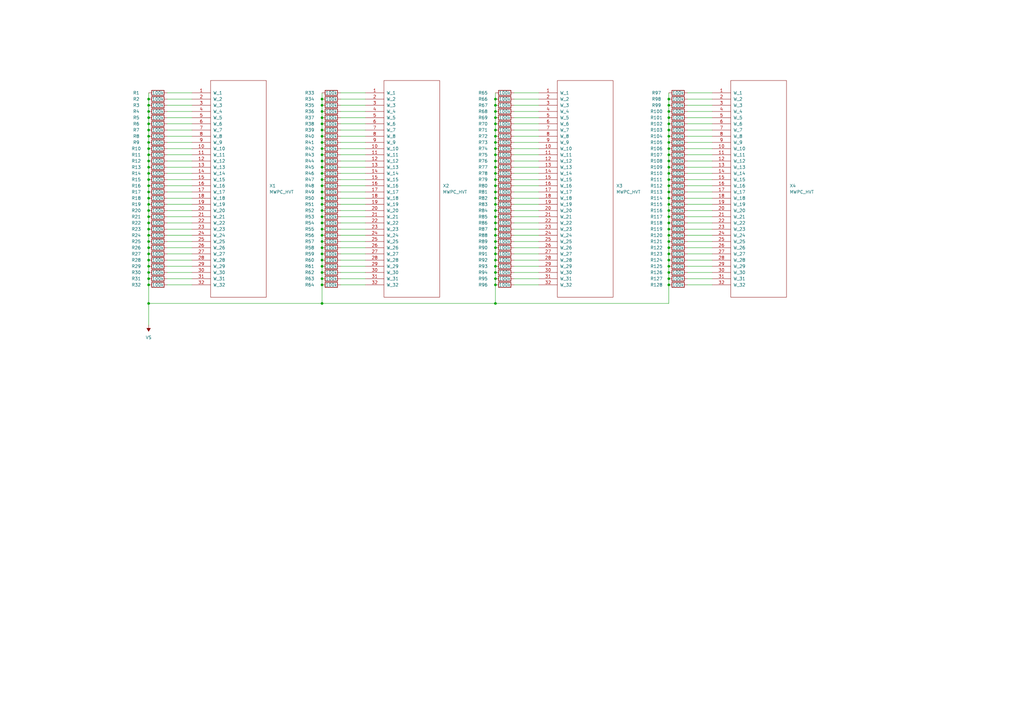
<source format=kicad_sch>
(kicad_sch (version 20211123) (generator eeschema)
  (paper "A3")
  (title_block (title "MWPC High Voltage Terminal") (date "2022-06-23") (rev "v1.0") (company "Tau Systems Inc.") (comment 2 "creativecommons.org/licenses/by/4.0/") (comment 3 "License: CC BY 4.0") (comment 4 "Author: Dung Phan"))
  (lib_symbols
    (symbol "Device:R" (pin_numbers hide) (pin_names (offset 0))
      (property "Reference" "R" (at 2.032 0 90))
      (property "Value" "R" (at 0 0 90))
      (symbol "R_0_1"
        (rectangle (start -1.016 -2.54) (end 1.016 2.54) (stroke (width 0.254)))
      )
      (symbol "R_1_1"
        (pin passive line (at 0 3.81 270) (length 1.27) (name "~") (number "1"))
        (pin passive line (at 0 -3.81 90) (length 1.27) (name "~") (number "2"))
      )
    )
    (symbol "mwpc:MWPC_HVT" (pin_names (offset 1.016))
      (property "Reference" "X" (at -10.16 45.72 0))
      (property "Value" "MWPC_HVT" (at 6.35 -45.72 0))
      (symbol "MWPC_HVT_1_0"
        (rectangle (start -11.43 -44.45) (end 11.43 44.45))
      )
      (symbol "MWPC_HVT_1_1"
        (pin input line (at -19.05 39.37 0) (length 7.62) (name "W_1") (number "1"))
        (pin input line (at -19.05 16.51 0) (length 7.62) (name "W_10") (number "10"))
        (pin input line (at -19.05 13.97 0) (length 7.62) (name "W_11") (number "11"))
        (pin input line (at -19.05 11.43 0) (length 7.62) (name "W_12") (number "12"))
        (pin input line (at -19.05 8.89 0) (length 7.62) (name "W_13") (number "13"))
        (pin input line (at -19.05 6.35 0) (length 7.62) (name "W_14") (number "14"))
        (pin input line (at -19.05 3.81 0) (length 7.62) (name "W_15") (number "15"))
        (pin input line (at -19.05 1.27 0) (length 7.62) (name "W_16") (number "16"))
        (pin input line (at -19.05 -1.27 0) (length 7.62) (name "W_17") (number "17"))
        (pin input line (at -19.05 -3.81 0) (length 7.62) (name "W_18") (number "18"))
        (pin input line (at -19.05 -6.35 0) (length 7.62) (name "W_19") (number "19"))
        (pin input line (at -19.05 36.83 0) (length 7.62) (name "W_2") (number "2"))
        (pin input line (at -19.05 -8.89 0) (length 7.62) (name "W_20") (number "20"))
        (pin input line (at -19.05 -11.43 0) (length 7.62) (name "W_21") (number "21"))
        (pin input line (at -19.05 -13.97 0) (length 7.62) (name "W_22") (number "22"))
        (pin input line (at -19.05 -16.51 0) (length 7.62) (name "W_23") (number "23"))
        (pin input line (at -19.05 -19.05 0) (length 7.62) (name "W_24") (number "24"))
        (pin input line (at -19.05 -21.59 0) (length 7.62) (name "W_25") (number "25"))
        (pin input line (at -19.05 -24.13 0) (length 7.62) (name "W_26") (number "26"))
        (pin input line (at -19.05 -26.67 0) (length 7.62) (name "W_27") (number "27"))
        (pin input line (at -19.05 -29.21 0) (length 7.62) (name "W_28") (number "28"))
        (pin input line (at -19.05 -31.75 0) (length 7.62) (name "W_29") (number "29"))
        (pin input line (at -19.05 34.29 0) (length 7.62) (name "W_3") (number "3"))
        (pin input line (at -19.05 -34.29 0) (length 7.62) (name "W_30") (number "30"))
        (pin input line (at -19.05 -36.83 0) (length 7.62) (name "W_31") (number "31"))
        (pin input line (at -19.05 -39.37 0) (length 7.62) (name "W_32") (number "32"))
        (pin input line (at -19.05 31.75 0) (length 7.62) (name "W_4") (number "4"))
        (pin input line (at -19.05 29.21 0) (length 7.62) (name "W_5") (number "5"))
        (pin input line (at -19.05 26.67 0) (length 7.62) (name "W_6") (number "6"))
        (pin input line (at -19.05 24.13 0) (length 7.62) (name "W_7") (number "7"))
        (pin input line (at -19.05 21.59 0) (length 7.62) (name "W_8") (number "8"))
        (pin input line (at -19.05 19.05 0) (length 7.62) (name "W_9") (number "9"))
      )
    )
    (symbol "power:VS" (power) (pin_names (offset 0))
      (property "Value" "VS" (at 0 3.81 0))
      (symbol "VS_0_1"
        (polyline (pts (xy 0 0) (xy 0 2.54)))
        (polyline (pts (xy 0.762 1.27) (xy -0.762 1.27) (xy 0 2.54) (xy 0.762 1.27)) (fill (type outline)))
      )
      (symbol "VS_1_1"
        (pin power_in line (at 0 0 90) (length 0) hide (name "VS") (number "1"))
      )
    )
  )
  (junction (at 203.2 83.82))
  (junction (at 274.32 68.58))
  (junction (at 274.32 48.26))
  (junction (at 203.2 68.58))
  (junction (at 60.96 73.66))
  (junction (at 274.32 99.06))
  (junction (at 203.2 93.98))
  (junction (at 274.32 109.22))
  (junction (at 132.08 93.98))
  (junction (at 132.08 68.58))
  (junction (at 132.08 81.28))
  (junction (at 60.96 109.22))
  (junction (at 132.08 55.88))
  (junction (at 203.2 55.88))
  (junction (at 203.2 114.3))
  (junction (at 60.96 63.5))
  (junction (at 132.08 99.06))
  (junction (at 203.2 71.12))
  (junction (at 132.08 63.5))
  (junction (at 274.32 104.14))
  (junction (at 274.32 86.36))
  (junction (at 132.08 111.76))
  (junction (at 274.32 111.76))
  (junction (at 203.2 58.42))
  (junction (at 203.2 45.72))
  (junction (at 274.32 71.12))
  (junction (at 274.32 60.96))
  (junction (at 60.96 101.6))
  (junction (at 60.96 53.34))
  (junction (at 60.96 71.12))
  (junction (at 132.08 104.14))
  (junction (at 203.2 48.26))
  (junction (at 203.2 40.64))
  (junction (at 203.2 124.46))
  (junction (at 274.32 43.18))
  (junction (at 60.96 104.14))
  (junction (at 132.08 101.6))
  (junction (at 132.08 109.22))
  (junction (at 60.96 58.42))
  (junction (at 132.08 60.96))
  (junction (at 132.08 76.2))
  (junction (at 274.32 96.52))
  (junction (at 203.2 50.8))
  (junction (at 132.08 71.12))
  (junction (at 274.32 40.64))
  (junction (at 203.2 104.14))
  (junction (at 132.08 40.64))
  (junction (at 274.32 73.66))
  (junction (at 60.96 88.9))
  (junction (at 274.32 76.2))
  (junction (at 132.08 45.72))
  (junction (at 203.2 53.34))
  (junction (at 274.32 106.68))
  (junction (at 274.32 66.04))
  (junction (at 274.32 88.9))
  (junction (at 60.96 83.82))
  (junction (at 60.96 66.04))
  (junction (at 274.32 91.44))
  (junction (at 132.08 73.66))
  (junction (at 132.08 86.36))
  (junction (at 274.32 53.34))
  (junction (at 203.2 60.96))
  (junction (at 60.96 76.2))
  (junction (at 203.2 86.36))
  (junction (at 203.2 111.76))
  (junction (at 60.96 106.68))
  (junction (at 132.08 124.46))
  (junction (at 60.96 111.76))
  (junction (at 60.96 93.98))
  (junction (at 274.32 114.3))
  (junction (at 274.32 93.98))
  (junction (at 60.96 114.3))
  (junction (at 132.08 83.82))
  (junction (at 60.96 60.96))
  (junction (at 203.2 88.9))
  (junction (at 60.96 124.46))
  (junction (at 132.08 114.3))
  (junction (at 60.96 81.28))
  (junction (at 203.2 109.22))
  (junction (at 203.2 43.18))
  (junction (at 60.96 43.18))
  (junction (at 274.32 101.6))
  (junction (at 132.08 48.26))
  (junction (at 203.2 99.06))
  (junction (at 132.08 50.8))
  (junction (at 60.96 78.74))
  (junction (at 203.2 73.66))
  (junction (at 60.96 96.52))
  (junction (at 132.08 96.52))
  (junction (at 132.08 116.84))
  (junction (at 274.32 116.84))
  (junction (at 60.96 91.44))
  (junction (at 60.96 86.36))
  (junction (at 203.2 63.5))
  (junction (at 274.32 45.72))
  (junction (at 132.08 88.9))
  (junction (at 203.2 91.44))
  (junction (at 60.96 116.84))
  (junction (at 132.08 91.44))
  (junction (at 274.32 55.88))
  (junction (at 132.08 58.42))
  (junction (at 203.2 106.68))
  (junction (at 132.08 78.74))
  (junction (at 60.96 45.72))
  (junction (at 203.2 76.2))
  (junction (at 132.08 53.34))
  (junction (at 274.32 81.28))
  (junction (at 60.96 50.8))
  (junction (at 132.08 66.04))
  (junction (at 203.2 116.84))
  (junction (at 60.96 55.88))
  (junction (at 60.96 68.58))
  (junction (at 274.32 83.82))
  (junction (at 274.32 78.74))
  (junction (at 274.32 58.42))
  (junction (at 203.2 81.28))
  (junction (at 203.2 101.6))
  (junction (at 203.2 78.74))
  (junction (at 203.2 66.04))
  (junction (at 60.96 48.26))
  (junction (at 132.08 106.68))
  (junction (at 274.32 63.5))
  (junction (at 203.2 96.52))
  (junction (at 274.32 50.8))
  (junction (at 132.08 43.18))
  (junction (at 60.96 40.64))
  (junction (at 60.96 99.06))
  (wire (pts (xy 203.2 50.8) (xy 203.2 53.34)))
  (wire (pts (xy 274.32 91.44) (xy 274.32 93.98)))
  (wire (pts (xy 60.96 68.58) (xy 60.96 71.12)))
  (wire (pts (xy 132.08 109.22) (xy 132.08 111.76)))
  (wire (pts (xy 68.58 81.28) (xy 78.74 81.28)))
  (wire (pts (xy 132.08 106.68) (xy 132.08 109.22)))
  (wire (pts (xy 203.2 111.76) (xy 203.2 114.3)))
  (wire (pts (xy 139.7 78.74) (xy 149.86 78.74)))
  (wire (pts (xy 60.96 81.28) (xy 60.96 83.82)))
  (wire (pts (xy 139.7 99.06) (xy 149.86 99.06)))
  (wire (pts (xy 68.58 68.58) (xy 78.74 68.58)))
  (wire (pts (xy 132.08 78.74) (xy 132.08 81.28)))
  (wire (pts (xy 281.94 40.64) (xy 292.1 40.64)))
  (wire (pts (xy 274.32 45.72) (xy 274.32 48.26)))
  (wire (pts (xy 210.82 116.84) (xy 220.98 116.84)))
  (wire (pts (xy 68.58 93.98) (xy 78.74 93.98)))
  (wire (pts (xy 139.7 91.44) (xy 149.86 91.44)))
  (wire (pts (xy 274.32 114.3) (xy 274.32 116.84)))
  (wire (pts (xy 281.94 101.6) (xy 292.1 101.6)))
  (wire (pts (xy 68.58 73.66) (xy 78.74 73.66)))
  (wire (pts (xy 210.82 73.66) (xy 220.98 73.66)))
  (wire (pts (xy 132.08 71.12) (xy 132.08 73.66)))
  (wire (pts (xy 132.08 86.36) (xy 132.08 88.9)))
  (wire (pts (xy 210.82 96.52) (xy 220.98 96.52)))
  (wire (pts (xy 210.82 81.28) (xy 220.98 81.28)))
  (wire (pts (xy 68.58 111.76) (xy 78.74 111.76)))
  (wire (pts (xy 139.7 83.82) (xy 149.86 83.82)))
  (wire (pts (xy 60.96 91.44) (xy 60.96 93.98)))
  (wire (pts (xy 281.94 60.96) (xy 292.1 60.96)))
  (wire (pts (xy 281.94 91.44) (xy 292.1 91.44)))
  (wire (pts (xy 68.58 86.36) (xy 78.74 86.36)))
  (wire (pts (xy 274.32 38.1) (xy 274.32 40.64)))
  (wire (pts (xy 139.7 73.66) (xy 149.86 73.66)))
  (wire (pts (xy 274.32 43.18) (xy 274.32 45.72)))
  (wire (pts (xy 68.58 45.72) (xy 78.74 45.72)))
  (wire (pts (xy 139.7 106.68) (xy 149.86 106.68)))
  (wire (pts (xy 274.32 81.28) (xy 274.32 83.82)))
  (wire (pts (xy 60.96 60.96) (xy 60.96 63.5)))
  (wire (pts (xy 281.94 50.8) (xy 292.1 50.8)))
  (wire (pts (xy 281.94 116.84) (xy 292.1 116.84)))
  (wire (pts (xy 281.94 96.52) (xy 292.1 96.52)))
  (wire (pts (xy 281.94 99.06) (xy 292.1 99.06)))
  (wire (pts (xy 210.82 114.3) (xy 220.98 114.3)))
  (wire (pts (xy 203.2 101.6) (xy 203.2 104.14)))
  (wire (pts (xy 139.7 60.96) (xy 149.86 60.96)))
  (wire (pts (xy 139.7 38.1) (xy 149.86 38.1)))
  (wire (pts (xy 274.32 99.06) (xy 274.32 101.6)))
  (wire (pts (xy 132.08 88.9) (xy 132.08 91.44)))
  (wire (pts (xy 60.96 66.04) (xy 60.96 68.58)))
  (wire (pts (xy 60.96 96.52) (xy 60.96 99.06)))
  (wire (pts (xy 274.32 86.36) (xy 274.32 88.9)))
  (wire (pts (xy 274.32 93.98) (xy 274.32 96.52)))
  (wire (pts (xy 203.2 38.1) (xy 203.2 40.64)))
  (wire (pts (xy 139.7 63.5) (xy 149.86 63.5)))
  (wire (pts (xy 139.7 71.12) (xy 149.86 71.12)))
  (wire (pts (xy 68.58 63.5) (xy 78.74 63.5)))
  (wire (pts (xy 203.2 88.9) (xy 203.2 91.44)))
  (wire (pts (xy 68.58 53.34) (xy 78.74 53.34)))
  (wire (pts (xy 139.7 86.36) (xy 149.86 86.36)))
  (wire (pts (xy 68.58 40.64) (xy 78.74 40.64)))
  (wire (pts (xy 210.82 66.04) (xy 220.98 66.04)))
  (wire (pts (xy 281.94 71.12) (xy 292.1 71.12)))
  (wire (pts (xy 210.82 48.26) (xy 220.98 48.26)))
  (wire (pts (xy 281.94 109.22) (xy 292.1 109.22)))
  (wire (pts (xy 281.94 45.72) (xy 292.1 45.72)))
  (wire (pts (xy 274.32 60.96) (xy 274.32 63.5)))
  (wire (pts (xy 132.08 66.04) (xy 132.08 68.58)))
  (wire (pts (xy 60.96 93.98) (xy 60.96 96.52)))
  (wire (pts (xy 68.58 71.12) (xy 78.74 71.12)))
  (wire (pts (xy 210.82 101.6) (xy 220.98 101.6)))
  (wire (pts (xy 203.2 81.28) (xy 203.2 83.82)))
  (wire (pts (xy 68.58 43.18) (xy 78.74 43.18)))
  (wire (pts (xy 210.82 109.22) (xy 220.98 109.22)))
  (wire (pts (xy 60.96 38.1) (xy 60.96 40.64)))
  (wire (pts (xy 132.08 76.2) (xy 132.08 78.74)))
  (wire (pts (xy 203.2 40.64) (xy 203.2 43.18)))
  (wire (pts (xy 281.94 73.66) (xy 292.1 73.66)))
  (wire (pts (xy 139.7 48.26) (xy 149.86 48.26)))
  (wire (pts (xy 281.94 63.5) (xy 292.1 63.5)))
  (wire (pts (xy 60.96 99.06) (xy 60.96 101.6)))
  (wire (pts (xy 68.58 66.04) (xy 78.74 66.04)))
  (wire (pts (xy 281.94 104.14) (xy 292.1 104.14)))
  (wire (pts (xy 60.96 83.82) (xy 60.96 86.36)))
  (wire (pts (xy 132.08 116.84) (xy 132.08 124.46)))
  (wire (pts (xy 210.82 40.64) (xy 220.98 40.64)))
  (wire (pts (xy 203.2 106.68) (xy 203.2 109.22)))
  (wire (pts (xy 274.32 58.42) (xy 274.32 60.96)))
  (wire (pts (xy 68.58 88.9) (xy 78.74 88.9)))
  (wire (pts (xy 203.2 66.04) (xy 203.2 68.58)))
  (wire (pts (xy 203.2 99.06) (xy 203.2 101.6)))
  (wire (pts (xy 139.7 50.8) (xy 149.86 50.8)))
  (wire (pts (xy 60.96 73.66) (xy 60.96 76.2)))
  (wire (pts (xy 203.2 116.84) (xy 203.2 124.46)))
  (wire (pts (xy 281.94 83.82) (xy 292.1 83.82)))
  (wire (pts (xy 274.32 88.9) (xy 274.32 91.44)))
  (wire (pts (xy 203.2 63.5) (xy 203.2 66.04)))
  (wire (pts (xy 203.2 48.26) (xy 203.2 50.8)))
  (wire (pts (xy 210.82 71.12) (xy 220.98 71.12)))
  (wire (pts (xy 274.32 48.26) (xy 274.32 50.8)))
  (wire (pts (xy 68.58 99.06) (xy 78.74 99.06)))
  (wire (pts (xy 68.58 83.82) (xy 78.74 83.82)))
  (wire (pts (xy 210.82 99.06) (xy 220.98 99.06)))
  (wire (pts (xy 68.58 76.2) (xy 78.74 76.2)))
  (wire (pts (xy 139.7 66.04) (xy 149.86 66.04)))
  (wire (pts (xy 60.96 71.12) (xy 60.96 73.66)))
  (wire (pts (xy 68.58 48.26) (xy 78.74 48.26)))
  (wire (pts (xy 203.2 71.12) (xy 203.2 73.66)))
  (wire (pts (xy 210.82 78.74) (xy 220.98 78.74)))
  (wire (pts (xy 132.08 99.06) (xy 132.08 101.6)))
  (wire (pts (xy 139.7 43.18) (xy 149.86 43.18)))
  (wire (pts (xy 203.2 91.44) (xy 203.2 93.98)))
  (wire (pts (xy 274.32 109.22) (xy 274.32 111.76)))
  (wire (pts (xy 68.58 78.74) (xy 78.74 78.74)))
  (wire (pts (xy 68.58 38.1) (xy 78.74 38.1)))
  (wire (pts (xy 274.32 73.66) (xy 274.32 76.2)))
  (wire (pts (xy 281.94 106.68) (xy 292.1 106.68)))
  (wire (pts (xy 281.94 86.36) (xy 292.1 86.36)))
  (wire (pts (xy 132.08 73.66) (xy 132.08 76.2)))
  (wire (pts (xy 132.08 68.58) (xy 132.08 71.12)))
  (wire (pts (xy 203.2 60.96) (xy 203.2 63.5)))
  (wire (pts (xy 60.96 55.88) (xy 60.96 58.42)))
  (wire (pts (xy 274.32 116.84) (xy 274.32 124.46)))
  (wire (pts (xy 60.96 109.22) (xy 60.96 111.76)))
  (wire (pts (xy 281.94 76.2) (xy 292.1 76.2)))
  (wire (pts (xy 274.32 68.58) (xy 274.32 71.12)))
  (wire (pts (xy 60.96 43.18) (xy 60.96 45.72)))
  (wire (pts (xy 139.7 76.2) (xy 149.86 76.2)))
  (wire (pts (xy 132.08 111.76) (xy 132.08 114.3)))
  (wire (pts (xy 60.96 116.84) (xy 60.96 124.46)))
  (wire (pts (xy 132.08 55.88) (xy 132.08 58.42)))
  (wire (pts (xy 274.32 96.52) (xy 274.32 99.06)))
  (wire (pts (xy 60.96 86.36) (xy 60.96 88.9)))
  (wire (pts (xy 60.96 76.2) (xy 60.96 78.74)))
  (wire (pts (xy 203.2 68.58) (xy 203.2 71.12)))
  (wire (pts (xy 281.94 93.98) (xy 292.1 93.98)))
  (wire (pts (xy 210.82 43.18) (xy 220.98 43.18)))
  (wire (pts (xy 274.32 71.12) (xy 274.32 73.66)))
  (wire (pts (xy 210.82 83.82) (xy 220.98 83.82)))
  (wire (pts (xy 203.2 58.42) (xy 203.2 60.96)))
  (wire (pts (xy 68.58 104.14) (xy 78.74 104.14)))
  (wire (pts (xy 60.96 124.46) (xy 132.08 124.46)))
  (wire (pts (xy 274.32 106.68) (xy 274.32 109.22)))
  (wire (pts (xy 139.7 88.9) (xy 149.86 88.9)))
  (wire (pts (xy 132.08 38.1) (xy 132.08 40.64)))
  (wire (pts (xy 132.08 96.52) (xy 132.08 99.06)))
  (wire (pts (xy 132.08 83.82) (xy 132.08 86.36)))
  (wire (pts (xy 60.96 114.3) (xy 60.96 116.84)))
  (wire (pts (xy 139.7 109.22) (xy 149.86 109.22)))
  (wire (pts (xy 132.08 93.98) (xy 132.08 96.52)))
  (wire (pts (xy 60.96 40.64) (xy 60.96 43.18)))
  (wire (pts (xy 132.08 124.46) (xy 203.2 124.46)))
  (wire (pts (xy 210.82 68.58) (xy 220.98 68.58)))
  (wire (pts (xy 139.7 55.88) (xy 149.86 55.88)))
  (wire (pts (xy 60.96 78.74) (xy 60.96 81.28)))
  (wire (pts (xy 132.08 104.14) (xy 132.08 106.68)))
  (wire (pts (xy 281.94 58.42) (xy 292.1 58.42)))
  (wire (pts (xy 274.32 83.82) (xy 274.32 86.36)))
  (wire (pts (xy 132.08 81.28) (xy 132.08 83.82)))
  (wire (pts (xy 132.08 50.8) (xy 132.08 53.34)))
  (wire (pts (xy 132.08 101.6) (xy 132.08 104.14)))
  (wire (pts (xy 68.58 116.84) (xy 78.74 116.84)))
  (wire (pts (xy 274.32 40.64) (xy 274.32 43.18)))
  (wire (pts (xy 210.82 58.42) (xy 220.98 58.42)))
  (wire (pts (xy 139.7 68.58) (xy 149.86 68.58)))
  (wire (pts (xy 203.2 104.14) (xy 203.2 106.68)))
  (wire (pts (xy 139.7 101.6) (xy 149.86 101.6)))
  (wire (pts (xy 60.96 63.5) (xy 60.96 66.04)))
  (wire (pts (xy 203.2 124.46) (xy 274.32 124.46)))
  (wire (pts (xy 274.32 53.34) (xy 274.32 55.88)))
  (wire (pts (xy 203.2 93.98) (xy 203.2 96.52)))
  (wire (pts (xy 60.96 45.72) (xy 60.96 48.26)))
  (wire (pts (xy 60.96 88.9) (xy 60.96 91.44)))
  (wire (pts (xy 281.94 68.58) (xy 292.1 68.58)))
  (wire (pts (xy 281.94 55.88) (xy 292.1 55.88)))
  (wire (pts (xy 203.2 83.82) (xy 203.2 86.36)))
  (wire (pts (xy 274.32 50.8) (xy 274.32 53.34)))
  (wire (pts (xy 203.2 73.66) (xy 203.2 76.2)))
  (wire (pts (xy 203.2 76.2) (xy 203.2 78.74)))
  (wire (pts (xy 139.7 45.72) (xy 149.86 45.72)))
  (wire (pts (xy 281.94 48.26) (xy 292.1 48.26)))
  (wire (pts (xy 132.08 40.64) (xy 132.08 43.18)))
  (wire (pts (xy 203.2 55.88) (xy 203.2 58.42)))
  (wire (pts (xy 139.7 111.76) (xy 149.86 111.76)))
  (wire (pts (xy 132.08 63.5) (xy 132.08 66.04)))
  (wire (pts (xy 68.58 58.42) (xy 78.74 58.42)))
  (wire (pts (xy 60.96 111.76) (xy 60.96 114.3)))
  (wire (pts (xy 210.82 76.2) (xy 220.98 76.2)))
  (wire (pts (xy 68.58 96.52) (xy 78.74 96.52)))
  (wire (pts (xy 60.96 104.14) (xy 60.96 106.68)))
  (wire (pts (xy 281.94 78.74) (xy 292.1 78.74)))
  (wire (pts (xy 139.7 93.98) (xy 149.86 93.98)))
  (wire (pts (xy 203.2 45.72) (xy 203.2 48.26)))
  (wire (pts (xy 274.32 78.74) (xy 274.32 81.28)))
  (wire (pts (xy 210.82 63.5) (xy 220.98 63.5)))
  (wire (pts (xy 210.82 106.68) (xy 220.98 106.68)))
  (wire (pts (xy 132.08 43.18) (xy 132.08 45.72)))
  (wire (pts (xy 203.2 78.74) (xy 203.2 81.28)))
  (wire (pts (xy 68.58 106.68) (xy 78.74 106.68)))
  (wire (pts (xy 281.94 53.34) (xy 292.1 53.34)))
  (wire (pts (xy 68.58 50.8) (xy 78.74 50.8)))
  (wire (pts (xy 210.82 88.9) (xy 220.98 88.9)))
  (wire (pts (xy 281.94 88.9) (xy 292.1 88.9)))
  (wire (pts (xy 139.7 104.14) (xy 149.86 104.14)))
  (wire (pts (xy 60.96 58.42) (xy 60.96 60.96)))
  (wire (pts (xy 210.82 111.76) (xy 220.98 111.76)))
  (wire (pts (xy 68.58 60.96) (xy 78.74 60.96)))
  (wire (pts (xy 210.82 45.72) (xy 220.98 45.72)))
  (wire (pts (xy 203.2 53.34) (xy 203.2 55.88)))
  (wire (pts (xy 210.82 86.36) (xy 220.98 86.36)))
  (wire (pts (xy 132.08 60.96) (xy 132.08 63.5)))
  (wire (pts (xy 60.96 101.6) (xy 60.96 104.14)))
  (wire (pts (xy 60.96 106.68) (xy 60.96 109.22)))
  (wire (pts (xy 281.94 81.28) (xy 292.1 81.28)))
  (wire (pts (xy 274.32 104.14) (xy 274.32 106.68)))
  (wire (pts (xy 210.82 93.98) (xy 220.98 93.98)))
  (wire (pts (xy 132.08 114.3) (xy 132.08 116.84)))
  (wire (pts (xy 68.58 91.44) (xy 78.74 91.44)))
  (wire (pts (xy 203.2 43.18) (xy 203.2 45.72)))
  (wire (pts (xy 203.2 109.22) (xy 203.2 111.76)))
  (wire (pts (xy 60.96 53.34) (xy 60.96 55.88)))
  (wire (pts (xy 139.7 81.28) (xy 149.86 81.28)))
  (wire (pts (xy 274.32 101.6) (xy 274.32 104.14)))
  (wire (pts (xy 132.08 48.26) (xy 132.08 50.8)))
  (wire (pts (xy 68.58 101.6) (xy 78.74 101.6)))
  (wire (pts (xy 210.82 50.8) (xy 220.98 50.8)))
  (wire (pts (xy 132.08 58.42) (xy 132.08 60.96)))
  (wire (pts (xy 132.08 91.44) (xy 132.08 93.98)))
  (wire (pts (xy 60.96 124.46) (xy 60.96 133.35)))
  (wire (pts (xy 210.82 91.44) (xy 220.98 91.44)))
  (wire (pts (xy 281.94 66.04) (xy 292.1 66.04)))
  (wire (pts (xy 139.7 40.64) (xy 149.86 40.64)))
  (wire (pts (xy 210.82 104.14) (xy 220.98 104.14)))
  (wire (pts (xy 274.32 76.2) (xy 274.32 78.74)))
  (wire (pts (xy 139.7 116.84) (xy 149.86 116.84)))
  (wire (pts (xy 139.7 58.42) (xy 149.86 58.42)))
  (wire (pts (xy 132.08 45.72) (xy 132.08 48.26)))
  (wire (pts (xy 274.32 63.5) (xy 274.32 66.04)))
  (wire (pts (xy 210.82 55.88) (xy 220.98 55.88)))
  (wire (pts (xy 68.58 109.22) (xy 78.74 109.22)))
  (wire (pts (xy 139.7 114.3) (xy 149.86 114.3)))
  (wire (pts (xy 68.58 55.88) (xy 78.74 55.88)))
  (wire (pts (xy 281.94 111.76) (xy 292.1 111.76)))
  (wire (pts (xy 139.7 96.52) (xy 149.86 96.52)))
  (wire (pts (xy 274.32 66.04) (xy 274.32 68.58)))
  (wire (pts (xy 210.82 38.1) (xy 220.98 38.1)))
  (wire (pts (xy 210.82 60.96) (xy 220.98 60.96)))
  (wire (pts (xy 139.7 53.34) (xy 149.86 53.34)))
  (wire (pts (xy 203.2 86.36) (xy 203.2 88.9)))
  (wire (pts (xy 60.96 50.8) (xy 60.96 53.34)))
  (wire (pts (xy 60.96 48.26) (xy 60.96 50.8)))
  (wire (pts (xy 68.58 114.3) (xy 78.74 114.3)))
  (wire (pts (xy 203.2 96.52) (xy 203.2 99.06)))
  (wire (pts (xy 281.94 114.3) (xy 292.1 114.3)))
  (wire (pts (xy 274.32 55.88) (xy 274.32 58.42)))
  (wire (pts (xy 274.32 111.76) (xy 274.32 114.3)))
  (wire (pts (xy 132.08 53.34) (xy 132.08 55.88)))
  (wire (pts (xy 203.2 114.3) (xy 203.2 116.84)))
  (wire (pts (xy 281.94 38.1) (xy 292.1 38.1)))
  (wire (pts (xy 210.82 53.34) (xy 220.98 53.34)))
  (wire (pts (xy 281.94 43.18) (xy 292.1 43.18)))
  (symbol (lib_id "Device:R") (at 207.01 93.98 90) (unit 1)
    (property "Reference" "R87" (at 198.12 93.98 90))
    (property "Value" "100k" (at 207.01 93.98 90))
    (property "Footprint" "Resistor_SMD:R_0201_0603Metric" (effects hide))
  )
  (symbol (lib_id "Device:R") (at 278.13 71.12 90) (unit 1)
    (property "Reference" "R110" (at 269.24 71.12 90))
    (property "Value" "100k" (at 278.13 71.12 90))
    (property "Footprint" "Resistor_SMD:R_0201_0603Metric" (effects hide))
  )
  (symbol (lib_id "Device:R") (at 64.77 71.12 90) (unit 1)
    (property "Reference" "R14" (at 55.88 71.12 90))
    (property "Value" "100k" (at 64.77 71.12 90))
    (property "Footprint" "Resistor_SMD:R_0201_0603Metric" (effects hide))
  )
  (symbol (lib_id "Device:R") (at 207.01 73.66 90) (unit 1)
    (property "Reference" "R79" (at 198.12 73.66 90))
    (property "Value" "100k" (at 207.01 73.66 90))
    (property "Footprint" "Resistor_SMD:R_0201_0603Metric" (effects hide))
  )
  (symbol (lib_id "Device:R") (at 278.13 50.8 90) (unit 1)
    (property "Reference" "R102" (at 269.24 50.8 90))
    (property "Value" "100k" (at 278.13 50.8 90))
    (property "Footprint" "Resistor_SMD:R_0201_0603Metric" (effects hide))
  )
  (symbol (lib_id "Device:R") (at 135.89 53.34 90) (unit 1)
    (property "Reference" "R39" (at 127 53.34 90))
    (property "Value" "100k" (at 135.89 53.34 90))
    (property "Footprint" "Resistor_SMD:R_0201_0603Metric" (effects hide))
  )
  (symbol (lib_id "Device:R") (at 135.89 104.14 90) (unit 1)
    (property "Reference" "R59" (at 127 104.14 90))
    (property "Value" "100k" (at 135.89 104.14 90))
    (property "Footprint" "Resistor_SMD:R_0201_0603Metric" (effects hide))
  )
  (symbol (lib_id "Device:R") (at 207.01 88.9 90) (unit 1)
    (property "Reference" "R85" (at 198.12 88.9 90))
    (property "Value" "100k" (at 207.01 88.9 90))
    (property "Footprint" "Resistor_SMD:R_0201_0603Metric" (effects hide))
  )
  (symbol (lib_id "Device:R") (at 64.77 109.22 90) (unit 1)
    (property "Reference" "R29" (at 55.88 109.22 90))
    (property "Value" "100k" (at 64.77 109.22 90))
    (property "Footprint" "Resistor_SMD:R_0201_0603Metric" (effects hide))
  )
  (symbol (lib_id "Device:R") (at 207.01 109.22 90) (unit 1)
    (property "Reference" "R93" (at 198.12 109.22 90))
    (property "Value" "100k" (at 207.01 109.22 90))
    (property "Footprint" "Resistor_SMD:R_0201_0603Metric" (effects hide))
  )
  (symbol (lib_id "Device:R") (at 135.89 114.3 90) (unit 1)
    (property "Reference" "R63" (at 127 114.3 90))
    (property "Value" "100k" (at 135.89 114.3 90))
    (property "Footprint" "Resistor_SMD:R_0201_0603Metric" (effects hide))
  )
  (symbol (lib_id "Device:R") (at 278.13 58.42 90) (unit 1)
    (property "Reference" "R105" (at 269.24 58.42 90))
    (property "Value" "100k" (at 278.13 58.42 90))
    (property "Footprint" "Resistor_SMD:R_0201_0603Metric" (effects hide))
  )
  (symbol (lib_id "Device:R") (at 135.89 106.68 90) (unit 1)
    (property "Reference" "R60" (at 127 106.68 90))
    (property "Value" "100k" (at 135.89 106.68 90))
    (property "Footprint" "Resistor_SMD:R_0201_0603Metric" (effects hide))
  )
  (symbol (lib_id "Device:R") (at 64.77 111.76 90) (unit 1)
    (property "Reference" "R30" (at 55.88 111.76 90))
    (property "Value" "100k" (at 64.77 111.76 90))
    (property "Footprint" "Resistor_SMD:R_0201_0603Metric" (effects hide))
  )
  (symbol (lib_id "Device:R") (at 135.89 93.98 90) (unit 1)
    (property "Reference" "R55" (at 127 93.98 90))
    (property "Value" "100k" (at 135.89 93.98 90))
    (property "Footprint" "Resistor_SMD:R_0201_0603Metric" (effects hide))
  )
  (symbol (lib_id "Device:R") (at 278.13 91.44 90) (unit 1)
    (property "Reference" "R118" (at 269.24 91.44 90))
    (property "Value" "100k" (at 278.13 91.44 90))
    (property "Footprint" "Resistor_SMD:R_0201_0603Metric" (effects hide))
  )
  (symbol (lib_id "Device:R") (at 135.89 111.76 90) (unit 1)
    (property "Reference" "R62" (at 127 111.76 90))
    (property "Value" "100k" (at 135.89 111.76 90))
    (property "Footprint" "Resistor_SMD:R_0201_0603Metric" (effects hide))
  )
  (symbol (lib_id "Device:R") (at 64.77 114.3 90) (unit 1)
    (property "Reference" "R31" (at 55.88 114.3 90))
    (property "Value" "100k" (at 64.77 114.3 90))
    (property "Footprint" "Resistor_SMD:R_0201_0603Metric" (effects hide))
  )
  (symbol (lib_id "Device:R") (at 135.89 73.66 90) (unit 1)
    (property "Reference" "R47" (at 127 73.66 90))
    (property "Value" "100k" (at 135.89 73.66 90))
    (property "Footprint" "Resistor_SMD:R_0201_0603Metric" (effects hide))
  )
  (symbol (lib_id "Device:R") (at 64.77 40.64 90) (unit 1)
    (property "Reference" "R2" (at 55.88 40.64 90))
    (property "Value" "100k" (at 64.77 40.64 90))
    (property "Footprint" "Resistor_SMD:R_0201_0603Metric" (effects hide))
  )
  (symbol (lib_id "Device:R") (at 135.89 71.12 90) (unit 1)
    (property "Reference" "R46" (at 127 71.12 90))
    (property "Value" "100k" (at 135.89 71.12 90))
    (property "Footprint" "Resistor_SMD:R_0201_0603Metric" (effects hide))
  )
  (symbol (lib_id "mwpc:MWPC_HVT") (at 168.91 77.47 0) (unit 1)
    (property "Reference" "X2" (at 181.61 76.1999 0) (effects (justify left)))
    (property "Value" "MWPC_HVT" (at 181.61 78.7399 0) (effects (justify left)))
    (property "Footprint" "mwpc:MWPC_HVT_SMD" (effects hide))
    (property "Datasheet" "DOCUMENTATION" (effects hide))
  )
  (symbol (lib_id "Device:R") (at 207.01 38.1 90) (unit 1)
    (property "Reference" "R65" (at 198.12 38.1 90))
    (property "Value" "100k" (at 207.01 38.1 90))
    (property "Footprint" "Resistor_SMD:R_0201_0603Metric" (effects hide))
  )
  (symbol (lib_id "Device:R") (at 278.13 114.3 90) (unit 1)
    (property "Reference" "R127" (at 269.24 114.3 90))
    (property "Value" "100k" (at 278.13 114.3 90))
    (property "Footprint" "Resistor_SMD:R_0201_0603Metric" (effects hide))
  )
  (symbol (lib_id "Device:R") (at 135.89 66.04 90) (unit 1)
    (property "Reference" "R44" (at 127 66.04 90))
    (property "Value" "100k" (at 135.89 66.04 90))
    (property "Footprint" "Resistor_SMD:R_0201_0603Metric" (effects hide))
  )
  (symbol (lib_id "Device:R") (at 278.13 38.1 90) (unit 1)
    (property "Reference" "R97" (at 269.24 38.1 90))
    (property "Value" "100k" (at 278.13 38.1 90))
    (property "Footprint" "Resistor_SMD:R_0201_0603Metric" (effects hide))
  )
  (symbol (lib_id "Device:R") (at 135.89 91.44 90) (unit 1)
    (property "Reference" "R54" (at 127 91.44 90))
    (property "Value" "100k" (at 135.89 91.44 90))
    (property "Footprint" "Resistor_SMD:R_0201_0603Metric" (effects hide))
  )
  (symbol (lib_id "Device:R") (at 64.77 63.5 90) (unit 1)
    (property "Reference" "R11" (at 55.88 63.5 90))
    (property "Value" "100k" (at 64.77 63.5 90))
    (property "Footprint" "Resistor_SMD:R_0201_0603Metric" (effects hide))
  )
  (symbol (lib_id "Device:R") (at 64.77 86.36 90) (unit 1)
    (property "Reference" "R20" (at 55.88 86.36 90))
    (property "Value" "100k" (at 64.77 86.36 90))
    (property "Footprint" "Resistor_SMD:R_0201_0603Metric" (effects hide))
  )
  (symbol (lib_id "Device:R") (at 207.01 116.84 90) (unit 1)
    (property "Reference" "R96" (at 198.12 116.84 90))
    (property "Value" "100k" (at 207.01 116.84 90))
    (property "Footprint" "Resistor_SMD:R_0201_0603Metric" (effects hide))
  )
  (symbol (lib_id "Device:R") (at 207.01 48.26 90) (unit 1)
    (property "Reference" "R69" (at 198.12 48.26 90))
    (property "Value" "100k" (at 207.01 48.26 90))
    (property "Footprint" "Resistor_SMD:R_0201_0603Metric" (effects hide))
  )
  (symbol (lib_id "Device:R") (at 207.01 58.42 90) (unit 1)
    (property "Reference" "R73" (at 198.12 58.42 90))
    (property "Value" "100k" (at 207.01 58.42 90))
    (property "Footprint" "Resistor_SMD:R_0201_0603Metric" (effects hide))
  )
  (symbol (lib_id "Device:R") (at 278.13 111.76 90) (unit 1)
    (property "Reference" "R126" (at 269.24 111.76 90))
    (property "Value" "100k" (at 278.13 111.76 90))
    (property "Footprint" "Resistor_SMD:R_0201_0603Metric" (effects hide))
  )
  (symbol (lib_id "Device:R") (at 135.89 63.5 90) (unit 1)
    (property "Reference" "R43" (at 127 63.5 90))
    (property "Value" "100k" (at 135.89 63.5 90))
    (property "Footprint" "Resistor_SMD:R_0201_0603Metric" (effects hide))
  )
  (symbol (lib_id "Device:R") (at 135.89 96.52 90) (unit 1)
    (property "Reference" "R56" (at 127 96.52 90))
    (property "Value" "100k" (at 135.89 96.52 90))
    (property "Footprint" "Resistor_SMD:R_0201_0603Metric" (effects hide))
  )
  (symbol (lib_id "Device:R") (at 135.89 40.64 90) (unit 1)
    (property "Reference" "R34" (at 127 40.64 90))
    (property "Value" "100k" (at 135.89 40.64 90))
    (property "Footprint" "Resistor_SMD:R_0201_0603Metric" (effects hide))
  )
  (symbol (lib_id "Device:R") (at 278.13 73.66 90) (unit 1)
    (property "Reference" "R111" (at 269.24 73.66 90))
    (property "Value" "100k" (at 278.13 73.66 90))
    (property "Footprint" "Resistor_SMD:R_0201_0603Metric" (effects hide))
  )
  (symbol (lib_id "Device:R") (at 64.77 66.04 90) (unit 1)
    (property "Reference" "R12" (at 55.88 66.04 90))
    (property "Value" "100k" (at 64.77 66.04 90))
    (property "Footprint" "Resistor_SMD:R_0201_0603Metric" (effects hide))
  )
  (symbol (lib_id "Device:R") (at 64.77 83.82 90) (unit 1)
    (property "Reference" "R19" (at 55.88 83.82 90))
    (property "Value" "100k" (at 64.77 83.82 90))
    (property "Footprint" "Resistor_SMD:R_0201_0603Metric" (effects hide))
  )
  (symbol (lib_id "Device:R") (at 207.01 60.96 90) (unit 1)
    (property "Reference" "R74" (at 198.12 60.96 90))
    (property "Value" "100k" (at 207.01 60.96 90))
    (property "Footprint" "Resistor_SMD:R_0201_0603Metric" (effects hide))
  )
  (symbol (lib_id "mwpc:MWPC_HVT") (at 240.03 77.47 0) (unit 1)
    (property "Reference" "X3" (at 252.73 76.1999 0) (effects (justify left)))
    (property "Value" "MWPC_HVT" (at 252.73 78.7399 0) (effects (justify left)))
    (property "Footprint" "mwpc:MWPC_HVT_SMD" (effects hide))
    (property "Datasheet" "DOCUMENTATION" (effects hide))
  )
  (symbol (lib_id "Device:R") (at 207.01 106.68 90) (unit 1)
    (property "Reference" "R92" (at 198.12 106.68 90))
    (property "Value" "100k" (at 207.01 106.68 90))
    (property "Footprint" "Resistor_SMD:R_0201_0603Metric" (effects hide))
  )
  (symbol (lib_id "Device:R") (at 64.77 91.44 90) (unit 1)
    (property "Reference" "R22" (at 55.88 91.44 90))
    (property "Value" "100k" (at 64.77 91.44 90))
    (property "Footprint" "Resistor_SMD:R_0201_0603Metric" (effects hide))
  )
  (symbol (lib_id "Device:R") (at 278.13 40.64 90) (unit 1)
    (property "Reference" "R98" (at 269.24 40.64 90))
    (property "Value" "100k" (at 278.13 40.64 90))
    (property "Footprint" "Resistor_SMD:R_0201_0603Metric" (effects hide))
  )
  (symbol (lib_id "Device:R") (at 64.77 73.66 90) (unit 1)
    (property "Reference" "R15" (at 55.88 73.66 90))
    (property "Value" "100k" (at 64.77 73.66 90))
    (property "Footprint" "Resistor_SMD:R_0201_0603Metric" (effects hide))
  )
  (symbol (lib_id "Device:R") (at 64.77 106.68 90) (unit 1)
    (property "Reference" "R28" (at 55.88 106.68 90))
    (property "Value" "100k" (at 64.77 106.68 90))
    (property "Footprint" "Resistor_SMD:R_0201_0603Metric" (effects hide))
  )
  (symbol (lib_id "Device:R") (at 207.01 40.64 90) (unit 1)
    (property "Reference" "R66" (at 198.12 40.64 90))
    (property "Value" "100k" (at 207.01 40.64 90))
    (property "Footprint" "Resistor_SMD:R_0201_0603Metric" (effects hide))
  )
  (symbol (lib_id "Device:R") (at 64.77 55.88 90) (unit 1)
    (property "Reference" "R8" (at 55.88 55.88 90))
    (property "Value" "100k" (at 64.77 55.88 90))
    (property "Footprint" "Resistor_SMD:R_0201_0603Metric" (effects hide))
  )
  (symbol (lib_id "Device:R") (at 278.13 78.74 90) (unit 1)
    (property "Reference" "R113" (at 269.24 78.74 90))
    (property "Value" "100k" (at 278.13 78.74 90))
    (property "Footprint" "Resistor_SMD:R_0201_0603Metric" (effects hide))
  )
  (symbol (lib_id "Device:R") (at 64.77 38.1 90) (unit 1)
    (property "Reference" "R1" (at 55.88 38.1 90))
    (property "Value" "100k" (at 64.77 38.1 90))
    (property "Footprint" "Resistor_SMD:R_0201_0603Metric" (effects hide))
  )
  (symbol (lib_id "Device:R") (at 135.89 76.2 90) (unit 1)
    (property "Reference" "R48" (at 127 76.2 90))
    (property "Value" "100k" (at 135.89 76.2 90))
    (property "Footprint" "Resistor_SMD:R_0201_0603Metric" (effects hide))
  )
  (symbol (lib_id "Device:R") (at 278.13 53.34 90) (unit 1)
    (property "Reference" "R103" (at 269.24 53.34 90))
    (property "Value" "100k" (at 278.13 53.34 90))
    (property "Footprint" "Resistor_SMD:R_0201_0603Metric" (effects hide))
  )
  (symbol (lib_id "Device:R") (at 135.89 109.22 90) (unit 1)
    (property "Reference" "R61" (at 127 109.22 90))
    (property "Value" "100k" (at 135.89 109.22 90))
    (property "Footprint" "Resistor_SMD:R_0201_0603Metric" (effects hide))
  )
  (symbol (lib_id "Device:R") (at 64.77 93.98 90) (unit 1)
    (property "Reference" "R23" (at 55.88 93.98 90))
    (property "Value" "100k" (at 64.77 93.98 90))
    (property "Footprint" "Resistor_SMD:R_0201_0603Metric" (effects hide))
  )
  (symbol (lib_id "Device:R") (at 64.77 48.26 90) (unit 1)
    (property "Reference" "R5" (at 55.88 48.26 90))
    (property "Value" "100k" (at 64.77 48.26 90))
    (property "Footprint" "Resistor_SMD:R_0201_0603Metric" (effects hide))
  )
  (symbol (lib_id "Device:R") (at 135.89 88.9 90) (unit 1)
    (property "Reference" "R53" (at 127 88.9 90))
    (property "Value" "100k" (at 135.89 88.9 90))
    (property "Footprint" "Resistor_SMD:R_0201_0603Metric" (effects hide))
  )
  (symbol (lib_id "Device:R") (at 207.01 43.18 90) (unit 1)
    (property "Reference" "R67" (at 198.12 43.18 90))
    (property "Value" "100k" (at 207.01 43.18 90))
    (property "Footprint" "Resistor_SMD:R_0201_0603Metric" (effects hide))
  )
  (symbol (lib_id "Device:R") (at 135.89 48.26 90) (unit 1)
    (property "Reference" "R37" (at 127 48.26 90))
    (property "Value" "100k" (at 135.89 48.26 90))
    (property "Footprint" "Resistor_SMD:R_0201_0603Metric" (effects hide))
  )
  (symbol (lib_id "Device:R") (at 278.13 55.88 90) (unit 1)
    (property "Reference" "R104" (at 269.24 55.88 90))
    (property "Value" "100k" (at 278.13 55.88 90))
    (property "Footprint" "Resistor_SMD:R_0201_0603Metric" (effects hide))
  )
  (symbol (lib_id "Device:R") (at 207.01 78.74 90) (unit 1)
    (property "Reference" "R81" (at 198.12 78.74 90))
    (property "Value" "100k" (at 207.01 78.74 90))
    (property "Footprint" "Resistor_SMD:R_0201_0603Metric" (effects hide))
  )
  (symbol (lib_id "Device:R") (at 207.01 91.44 90) (unit 1)
    (property "Reference" "R86" (at 198.12 91.44 90))
    (property "Value" "100k" (at 207.01 91.44 90))
    (property "Footprint" "Resistor_SMD:R_0201_0603Metric" (effects hide))
  )
  (symbol (lib_id "Device:R") (at 135.89 68.58 90) (unit 1)
    (property "Reference" "R45" (at 127 68.58 90))
    (property "Value" "100k" (at 135.89 68.58 90))
    (property "Footprint" "Resistor_SMD:R_0201_0603Metric" (effects hide))
  )
  (symbol (lib_id "Device:R") (at 64.77 101.6 90) (unit 1)
    (property "Reference" "R26" (at 55.88 101.6 90))
    (property "Value" "100k" (at 64.77 101.6 90))
    (property "Footprint" "Resistor_SMD:R_0201_0603Metric" (effects hide))
  )
  (symbol (lib_id "Device:R") (at 207.01 101.6 90) (unit 1)
    (property "Reference" "R90" (at 198.12 101.6 90))
    (property "Value" "100k" (at 207.01 101.6 90))
    (property "Footprint" "Resistor_SMD:R_0201_0603Metric" (effects hide))
  )
  (symbol (lib_id "Device:R") (at 64.77 88.9 90) (unit 1)
    (property "Reference" "R21" (at 55.88 88.9 90))
    (property "Value" "100k" (at 64.77 88.9 90))
    (property "Footprint" "Resistor_SMD:R_0201_0603Metric" (effects hide))
  )
  (symbol (lib_id "Device:R") (at 278.13 66.04 90) (unit 1)
    (property "Reference" "R108" (at 269.24 66.04 90))
    (property "Value" "100k" (at 278.13 66.04 90))
    (property "Footprint" "Resistor_SMD:R_0201_0603Metric" (effects hide))
  )
  (symbol (lib_id "Device:R") (at 64.77 96.52 90) (unit 1)
    (property "Reference" "R24" (at 55.88 96.52 90))
    (property "Value" "100k" (at 64.77 96.52 90))
    (property "Footprint" "Resistor_SMD:R_0201_0603Metric" (effects hide))
  )
  (symbol (lib_id "Device:R") (at 64.77 58.42 90) (unit 1)
    (property "Reference" "R9" (at 55.88 58.42 90))
    (property "Value" "100k" (at 64.77 58.42 90))
    (property "Footprint" "Resistor_SMD:R_0201_0603Metric" (effects hide))
  )
  (symbol (lib_id "Device:R") (at 64.77 45.72 90) (unit 1)
    (property "Reference" "R4" (at 55.88 45.72 90))
    (property "Value" "100k" (at 64.77 45.72 90))
    (property "Footprint" "Resistor_SMD:R_0201_0603Metric" (effects hide))
  )
  (symbol (lib_id "Device:R") (at 207.01 45.72 90) (unit 1)
    (property "Reference" "R68" (at 198.12 45.72 90))
    (property "Value" "100k" (at 207.01 45.72 90))
    (property "Footprint" "Resistor_SMD:R_0201_0603Metric" (effects hide))
  )
  (symbol (lib_id "Device:R") (at 278.13 45.72 90) (unit 1)
    (property "Reference" "R100" (at 269.24 45.72 90))
    (property "Value" "100k" (at 278.13 45.72 90))
    (property "Footprint" "Resistor_SMD:R_0201_0603Metric" (effects hide))
  )
  (symbol (lib_id "Device:R") (at 278.13 81.28 90) (unit 1)
    (property "Reference" "R114" (at 269.24 81.28 90))
    (property "Value" "100k" (at 278.13 81.28 90))
    (property "Footprint" "Resistor_SMD:R_0201_0603Metric" (effects hide))
  )
  (symbol (lib_id "Device:R") (at 207.01 99.06 90) (unit 1)
    (property "Reference" "R89" (at 198.12 99.06 90))
    (property "Value" "100k" (at 207.01 99.06 90))
    (property "Footprint" "Resistor_SMD:R_0201_0603Metric" (effects hide))
  )
  (symbol (lib_id "Device:R") (at 135.89 86.36 90) (unit 1)
    (property "Reference" "R52" (at 127 86.36 90))
    (property "Value" "100k" (at 135.89 86.36 90))
    (property "Footprint" "Resistor_SMD:R_0201_0603Metric" (effects hide))
  )
  (symbol (lib_id "Device:R") (at 278.13 76.2 90) (unit 1)
    (property "Reference" "R112" (at 269.24 76.2 90))
    (property "Value" "100k" (at 278.13 76.2 90))
    (property "Footprint" "Resistor_SMD:R_0201_0603Metric" (effects hide))
  )
  (symbol (lib_id "Device:R") (at 278.13 68.58 90) (unit 1)
    (property "Reference" "R109" (at 269.24 68.58 90))
    (property "Value" "100k" (at 278.13 68.58 90))
    (property "Footprint" "Resistor_SMD:R_0201_0603Metric" (effects hide))
  )
  (symbol (lib_id "Device:R") (at 207.01 104.14 90) (unit 1)
    (property "Reference" "R91" (at 198.12 104.14 90))
    (property "Value" "100k" (at 207.01 104.14 90))
    (property "Footprint" "Resistor_SMD:R_0201_0603Metric" (effects hide))
  )
  (symbol (lib_id "Device:R") (at 278.13 43.18 90) (unit 1)
    (property "Reference" "R99" (at 269.24 43.18 90))
    (property "Value" "100k" (at 278.13 43.18 90))
    (property "Footprint" "Resistor_SMD:R_0201_0603Metric" (effects hide))
  )
  (symbol (lib_id "Device:R") (at 278.13 93.98 90) (unit 1)
    (property "Reference" "R119" (at 269.24 93.98 90))
    (property "Value" "100k" (at 278.13 93.98 90))
    (property "Footprint" "Resistor_SMD:R_0201_0603Metric" (effects hide))
  )
  (symbol (lib_id "mwpc:MWPC_HVT") (at 97.79 77.47 0) (unit 1)
    (property "Reference" "X1" (at 110.49 76.1999 0) (effects (justify left)))
    (property "Value" "MWPC_HVT" (at 110.49 78.7399 0) (effects (justify left)))
    (property "Footprint" "mwpc:MWPC_HVT_SMD" (effects hide))
    (property "Datasheet" "DOCUMENTATION" (effects hide))
  )
  (symbol (lib_id "Device:R") (at 278.13 83.82 90) (unit 1)
    (property "Reference" "R115" (at 269.24 83.82 90))
    (property "Value" "100k" (at 278.13 83.82 90))
    (property "Footprint" "Resistor_SMD:R_0201_0603Metric" (effects hide))
  )
  (symbol (lib_id "Device:R") (at 64.77 99.06 90) (unit 1)
    (property "Reference" "R25" (at 55.88 99.06 90))
    (property "Value" "100k" (at 64.77 99.06 90))
    (property "Footprint" "Resistor_SMD:R_0201_0603Metric" (effects hide))
  )
  (symbol (lib_id "Device:R") (at 135.89 50.8 90) (unit 1)
    (property "Reference" "R38" (at 127 50.8 90))
    (property "Value" "100k" (at 135.89 50.8 90))
    (property "Footprint" "Resistor_SMD:R_0201_0603Metric" (effects hide))
  )
  (symbol (lib_id "Device:R") (at 135.89 55.88 90) (unit 1)
    (property "Reference" "R40" (at 127 55.88 90))
    (property "Value" "100k" (at 135.89 55.88 90))
    (property "Footprint" "Resistor_SMD:R_0201_0603Metric" (effects hide))
  )
  (symbol (lib_id "Device:R") (at 207.01 71.12 90) (unit 1)
    (property "Reference" "R78" (at 198.12 71.12 90))
    (property "Value" "100k" (at 207.01 71.12 90))
    (property "Footprint" "Resistor_SMD:R_0201_0603Metric" (effects hide))
  )
  (symbol (lib_id "Device:R") (at 207.01 66.04 90) (unit 1)
    (property "Reference" "R76" (at 198.12 66.04 90))
    (property "Value" "100k" (at 207.01 66.04 90))
    (property "Footprint" "Resistor_SMD:R_0201_0603Metric" (effects hide))
  )
  (symbol (lib_id "Device:R") (at 278.13 63.5 90) (unit 1)
    (property "Reference" "R107" (at 269.24 63.5 90))
    (property "Value" "100k" (at 278.13 63.5 90))
    (property "Footprint" "Resistor_SMD:R_0201_0603Metric" (effects hide))
  )
  (symbol (lib_id "Device:R") (at 207.01 83.82 90) (unit 1)
    (property "Reference" "R83" (at 198.12 83.82 90))
    (property "Value" "100k" (at 207.01 83.82 90))
    (property "Footprint" "Resistor_SMD:R_0201_0603Metric" (effects hide))
  )
  (symbol (lib_id "Device:R") (at 135.89 38.1 90) (unit 1)
    (property "Reference" "R33" (at 127 38.1 90))
    (property "Value" "100k" (at 135.89 38.1 90))
    (property "Footprint" "Resistor_SMD:R_0201_0603Metric" (effects hide))
  )
  (symbol (lib_id "Device:R") (at 278.13 86.36 90) (unit 1)
    (property "Reference" "R116" (at 269.24 86.36 90))
    (property "Value" "100k" (at 278.13 86.36 90))
    (property "Footprint" "Resistor_SMD:R_0201_0603Metric" (effects hide))
  )
  (symbol (lib_id "Device:R") (at 278.13 116.84 90) (unit 1)
    (property "Reference" "R128" (at 269.24 116.84 90))
    (property "Value" "100k" (at 278.13 116.84 90))
    (property "Footprint" "Resistor_SMD:R_0201_0603Metric" (effects hide))
  )
  (symbol (lib_id "Device:R") (at 64.77 81.28 90) (unit 1)
    (property "Reference" "R18" (at 55.88 81.28 90))
    (property "Value" "100k" (at 64.77 81.28 90))
    (property "Footprint" "Resistor_SMD:R_0201_0603Metric" (effects hide))
  )
  (symbol (lib_id "Device:R") (at 207.01 53.34 90) (unit 1)
    (property "Reference" "R71" (at 198.12 53.34 90))
    (property "Value" "100k" (at 207.01 53.34 90))
    (property "Footprint" "Resistor_SMD:R_0201_0603Metric" (effects hide))
  )
  (symbol (lib_id "power:VS") (at 60.96 133.35 180) (unit 1)
    (property "Reference" "#PWR01" (effects hide))
    (property "Value" "VS" (at 60.96 138.43 0))
  )
  (symbol (lib_id "Device:R") (at 207.01 114.3 90) (unit 1)
    (property "Reference" "R95" (at 198.12 114.3 90))
    (property "Value" "100k" (at 207.01 114.3 90))
    (property "Footprint" "Resistor_SMD:R_0201_0603Metric" (effects hide))
  )
  (symbol (lib_id "Device:R") (at 64.77 76.2 90) (unit 1)
    (property "Reference" "R16" (at 55.88 76.2 90))
    (property "Value" "100k" (at 64.77 76.2 90))
    (property "Footprint" "Resistor_SMD:R_0201_0603Metric" (effects hide))
  )
  (symbol (lib_id "Device:R") (at 135.89 83.82 90) (unit 1)
    (property "Reference" "R51" (at 127 83.82 90))
    (property "Value" "100k" (at 135.89 83.82 90))
    (property "Footprint" "Resistor_SMD:R_0201_0603Metric" (effects hide))
  )
  (symbol (lib_id "Device:R") (at 135.89 60.96 90) (unit 1)
    (property "Reference" "R42" (at 127 60.96 90))
    (property "Value" "100k" (at 135.89 60.96 90))
    (property "Footprint" "Resistor_SMD:R_0201_0603Metric" (effects hide))
  )
  (symbol (lib_id "Device:R") (at 64.77 50.8 90) (unit 1)
    (property "Reference" "R6" (at 55.88 50.8 90))
    (property "Value" "100k" (at 64.77 50.8 90))
    (property "Footprint" "Resistor_SMD:R_0201_0603Metric" (effects hide))
  )
  (symbol (lib_id "Device:R") (at 64.77 60.96 90) (unit 1)
    (property "Reference" "R10" (at 55.88 60.96 90))
    (property "Value" "100k" (at 64.77 60.96 90))
    (property "Footprint" "Resistor_SMD:R_0201_0603Metric" (effects hide))
  )
  (symbol (lib_id "Device:R") (at 64.77 78.74 90) (unit 1)
    (property "Reference" "R17" (at 55.88 78.74 90))
    (property "Value" "100k" (at 64.77 78.74 90))
    (property "Footprint" "Resistor_SMD:R_0201_0603Metric" (effects hide))
  )
  (symbol (lib_id "Device:R") (at 135.89 78.74 90) (unit 1)
    (property "Reference" "R49" (at 127 78.74 90))
    (property "Value" "100k" (at 135.89 78.74 90))
    (property "Footprint" "Resistor_SMD:R_0201_0603Metric" (effects hide))
  )
  (symbol (lib_id "Device:R") (at 64.77 104.14 90) (unit 1)
    (property "Reference" "R27" (at 55.88 104.14 90))
    (property "Value" "100k" (at 64.77 104.14 90))
    (property "Footprint" "Resistor_SMD:R_0201_0603Metric" (effects hide))
  )
  (symbol (lib_id "Device:R") (at 135.89 43.18 90) (unit 1)
    (property "Reference" "R35" (at 127 43.18 90))
    (property "Value" "100k" (at 135.89 43.18 90))
    (property "Footprint" "Resistor_SMD:R_0201_0603Metric" (effects hide))
  )
  (symbol (lib_id "Device:R") (at 135.89 99.06 90) (unit 1)
    (property "Reference" "R57" (at 127 99.06 90))
    (property "Value" "100k" (at 135.89 99.06 90))
    (property "Footprint" "Resistor_SMD:R_0201_0603Metric" (effects hide))
  )
  (symbol (lib_id "Device:R") (at 64.77 43.18 90) (unit 1)
    (property "Reference" "R3" (at 55.88 43.18 90))
    (property "Value" "100k" (at 64.77 43.18 90))
    (property "Footprint" "Resistor_SMD:R_0201_0603Metric" (effects hide))
  )
  (symbol (lib_id "Device:R") (at 207.01 81.28 90) (unit 1)
    (property "Reference" "R82" (at 198.12 81.28 90))
    (property "Value" "100k" (at 207.01 81.28 90))
    (property "Footprint" "Resistor_SMD:R_0201_0603Metric" (effects hide))
  )
  (symbol (lib_id "Device:R") (at 207.01 50.8 90) (unit 1)
    (property "Reference" "R70" (at 198.12 50.8 90))
    (property "Value" "100k" (at 207.01 50.8 90))
    (property "Footprint" "Resistor_SMD:R_0201_0603Metric" (effects hide))
  )
  (symbol (lib_id "Device:R") (at 207.01 111.76 90) (unit 1)
    (property "Reference" "R94" (at 198.12 111.76 90))
    (property "Value" "100k" (at 207.01 111.76 90))
    (property "Footprint" "Resistor_SMD:R_0201_0603Metric" (effects hide))
  )
  (symbol (lib_id "Device:R") (at 278.13 104.14 90) (unit 1)
    (property "Reference" "R123" (at 269.24 104.14 90))
    (property "Value" "100k" (at 278.13 104.14 90))
    (property "Footprint" "Resistor_SMD:R_0201_0603Metric" (effects hide))
  )
  (symbol (lib_id "Device:R") (at 207.01 55.88 90) (unit 1)
    (property "Reference" "R72" (at 198.12 55.88 90))
    (property "Value" "100k" (at 207.01 55.88 90))
    (property "Footprint" "Resistor_SMD:R_0201_0603Metric" (effects hide))
  )
  (symbol (lib_id "Device:R") (at 135.89 45.72 90) (unit 1)
    (property "Reference" "R36" (at 127 45.72 90))
    (property "Value" "100k" (at 135.89 45.72 90))
    (property "Footprint" "Resistor_SMD:R_0201_0603Metric" (effects hide))
  )
  (symbol (lib_id "Device:R") (at 207.01 63.5 90) (unit 1)
    (property "Reference" "R75" (at 198.12 63.5 90))
    (property "Value" "100k" (at 207.01 63.5 90))
    (property "Footprint" "Resistor_SMD:R_0201_0603Metric" (effects hide))
  )
  (symbol (lib_id "Device:R") (at 64.77 116.84 90) (unit 1)
    (property "Reference" "R32" (at 55.88 116.84 90))
    (property "Value" "100k" (at 64.77 116.84 90))
    (property "Footprint" "Resistor_SMD:R_0201_0603Metric" (effects hide))
  )
  (symbol (lib_id "Device:R") (at 207.01 76.2 90) (unit 1)
    (property "Reference" "R80" (at 198.12 76.2 90))
    (property "Value" "100k" (at 207.01 76.2 90))
    (property "Footprint" "Resistor_SMD:R_0201_0603Metric" (effects hide))
  )
  (symbol (lib_id "Device:R") (at 278.13 101.6 90) (unit 1)
    (property "Reference" "R122" (at 269.24 101.6 90))
    (property "Value" "100k" (at 278.13 101.6 90))
    (property "Footprint" "Resistor_SMD:R_0201_0603Metric" (effects hide))
  )
  (symbol (lib_id "Device:R") (at 135.89 58.42 90) (unit 1)
    (property "Reference" "R41" (at 127 58.42 90))
    (property "Value" "100k" (at 135.89 58.42 90))
    (property "Footprint" "Resistor_SMD:R_0201_0603Metric" (effects hide))
  )
  (symbol (lib_id "Device:R") (at 207.01 86.36 90) (unit 1)
    (property "Reference" "R84" (at 198.12 86.36 90))
    (property "Value" "100k" (at 207.01 86.36 90))
    (property "Footprint" "Resistor_SMD:R_0201_0603Metric" (effects hide))
  )
  (symbol (lib_id "Device:R") (at 278.13 99.06 90) (unit 1)
    (property "Reference" "R121" (at 269.24 99.06 90))
    (property "Value" "100k" (at 278.13 99.06 90))
    (property "Footprint" "Resistor_SMD:R_0201_0603Metric" (effects hide))
  )
  (symbol (lib_id "Device:R") (at 278.13 88.9 90) (unit 1)
    (property "Reference" "R117" (at 269.24 88.9 90))
    (property "Value" "100k" (at 278.13 88.9 90))
    (property "Footprint" "Resistor_SMD:R_0201_0603Metric" (effects hide))
  )
  (symbol (lib_id "Device:R") (at 207.01 96.52 90) (unit 1)
    (property "Reference" "R88" (at 198.12 96.52 90))
    (property "Value" "100k" (at 207.01 96.52 90))
    (property "Footprint" "Resistor_SMD:R_0201_0603Metric" (effects hide))
  )
  (symbol (lib_id "mwpc:MWPC_HVT") (at 311.15 77.47 0) (unit 1)
    (property "Reference" "X4" (at 323.85 76.1999 0) (effects (justify left)))
    (property "Value" "MWPC_HVT" (at 323.85 78.7399 0) (effects (justify left)))
    (property "Footprint" "mwpc:MWPC_HVT_SMD" (effects hide))
    (property "Datasheet" "DOCUMENTATION" (effects hide))
  )
  (symbol (lib_id "Device:R") (at 135.89 116.84 90) (unit 1)
    (property "Reference" "R64" (at 127 116.84 90))
    (property "Value" "100k" (at 135.89 116.84 90))
    (property "Footprint" "Resistor_SMD:R_0201_0603Metric" (effects hide))
  )
  (symbol (lib_id "Device:R") (at 64.77 68.58 90) (unit 1)
    (property "Reference" "R13" (at 55.88 68.58 90))
    (property "Value" "100k" (at 64.77 68.58 90))
    (property "Footprint" "Resistor_SMD:R_0201_0603Metric" (effects hide))
  )
  (symbol (lib_id "Device:R") (at 135.89 101.6 90) (unit 1)
    (property "Reference" "R58" (at 127 101.6 90))
    (property "Value" "100k" (at 135.89 101.6 90))
    (property "Footprint" "Resistor_SMD:R_0201_0603Metric" (effects hide))
  )
  (symbol (lib_id "Device:R") (at 278.13 96.52 90) (unit 1)
    (property "Reference" "R120" (at 269.24 96.52 90))
    (property "Value" "100k" (at 278.13 96.52 90))
    (property "Footprint" "Resistor_SMD:R_0201_0603Metric" (effects hide))
  )
  (symbol (lib_id "Device:R") (at 278.13 48.26 90) (unit 1)
    (property "Reference" "R101" (at 269.24 48.26 90))
    (property "Value" "100k" (at 278.13 48.26 90))
    (property "Footprint" "Resistor_SMD:R_0201_0603Metric" (effects hide))
  )
  (symbol (lib_id "Device:R") (at 278.13 106.68 90) (unit 1)
    (property "Reference" "R124" (at 269.24 106.68 90))
    (property "Value" "100k" (at 278.13 106.68 90))
    (property "Footprint" "Resistor_SMD:R_0201_0603Metric" (effects hide))
  )
  (symbol (lib_id "Device:R") (at 278.13 60.96 90) (unit 1)
    (property "Reference" "R106" (at 269.24 60.96 90))
    (property "Value" "100k" (at 278.13 60.96 90))
    (property "Footprint" "Resistor_SMD:R_0201_0603Metric" (effects hide))
  )
  (symbol (lib_id "Device:R") (at 207.01 68.58 90) (unit 1)
    (property "Reference" "R77" (at 198.12 68.58 90))
    (property "Value" "100k" (at 207.01 68.58 90))
    (property "Footprint" "Resistor_SMD:R_0201_0603Metric" (effects hide))
  )
  (symbol (lib_id "Device:R") (at 135.89 81.28 90) (unit 1)
    (property "Reference" "R50" (at 127 81.28 90))
    (property "Value" "100k" (at 135.89 81.28 90))
    (property "Footprint" "Resistor_SMD:R_0201_0603Metric" (effects hide))
  )
  (symbol (lib_id "Device:R") (at 278.13 109.22 90) (unit 1)
    (property "Reference" "R125" (at 269.24 109.22 90))
    (property "Value" "100k" (at 278.13 109.22 90))
    (property "Footprint" "Resistor_SMD:R_0201_0603Metric" (effects hide))
  )
  (symbol (lib_id "Device:R") (at 64.77 53.34 90) (unit 1)
    (property "Reference" "R7" (at 55.88 53.34 90))
    (property "Value" "100k" (at 64.77 53.34 90))
    (property "Footprint" "Resistor_SMD:R_0201_0603Metric" (effects hide))
  )
)
</source>
